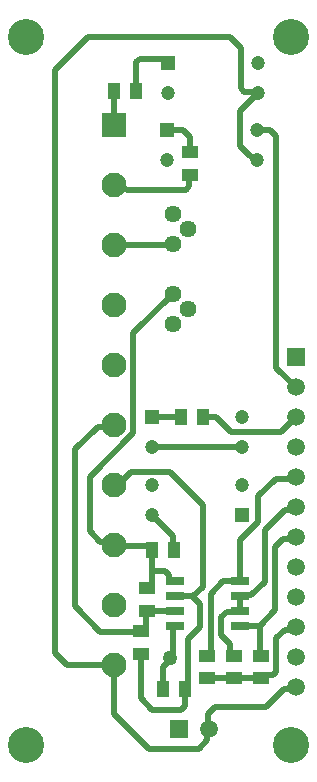
<source format=gbr>
G04*
G04 #@! TF.GenerationSoftware,Altium Limited,Altium Designer,23.0.1 (38)*
G04*
G04 Layer_Physical_Order=2*
G04 Layer_Color=16711680*
%FSLAX44Y44*%
%MOMM*%
G71*
G04*
G04 #@! TF.SameCoordinates,7BCDEA22-2D04-4257-93D8-CBB99C7658D5*
G04*
G04*
G04 #@! TF.FilePolarity,Positive*
G04*
G01*
G75*
%ADD13R,1.0500X1.4500*%
%ADD14R,1.4500X1.0500*%
%ADD27C,0.5080*%
%ADD28C,3.0480*%
%ADD29C,1.5000*%
%ADD30R,1.5000X1.5000*%
%ADD31R,2.1000X2.1000*%
%ADD32C,2.1000*%
%ADD33R,1.2000X1.2000*%
%ADD34C,1.2000*%
%ADD35C,1.4400*%
%ADD36R,1.5000X1.5000*%
%ADD37C,1.2700*%
%ADD38R,1.4500X1.0000*%
%ADD39R,1.0000X1.4500*%
%ADD40R,1.5500X0.6500*%
D13*
X156536Y302881D02*
D03*
X175536D02*
D03*
X118852Y578844D02*
D03*
X99852D02*
D03*
X131796Y190077D02*
D03*
X150796D02*
D03*
D14*
X164484Y527307D02*
D03*
Y508307D02*
D03*
D27*
X147000Y101062D02*
X149515Y103577D01*
Y125122D02*
X150225Y125832D01*
X147000Y96938D02*
Y101062D01*
X150225Y125832D02*
X151690D01*
X149515Y103577D02*
Y125122D01*
X141081Y91019D02*
X147000Y96938D01*
X141081Y72870D02*
Y91019D01*
X162206Y74995D02*
Y114997D01*
X172669Y125460D02*
Y144744D01*
X162206Y114997D02*
X172669Y125460D01*
X160081Y72870D02*
X162206Y74995D01*
X185062Y57205D02*
X228453D01*
X179346Y40042D02*
Y51489D01*
X185062Y57205D01*
X179346Y40042D02*
X180289Y39098D01*
X228453Y57205D02*
X243904Y72656D01*
X178999Y37808D02*
X180289Y39098D01*
X129297Y22273D02*
X172105D01*
X178999Y29166D02*
Y37808D01*
X172105Y22273D02*
X178999Y29166D01*
X100000Y51569D02*
X129297Y22273D01*
X100000Y51569D02*
Y92800D01*
X122341Y64796D02*
Y102476D01*
Y64796D02*
X131856Y55282D01*
X156952D01*
X243904Y72656D02*
X252266D01*
X253696Y74087D01*
X159928Y58257D02*
Y72716D01*
X156952Y55282D02*
X159928Y58257D01*
X140544Y72333D02*
X141081Y72870D01*
X166268Y151145D02*
X172669Y144744D01*
X181880Y103486D02*
Y153216D01*
X178331Y101026D02*
X179420D01*
X181880Y153216D02*
X192595Y163932D01*
X179420Y101026D02*
X181880Y103486D01*
X88311Y121347D02*
X122213D01*
X122341Y121476D01*
X98576Y294576D02*
X100000Y296000D01*
X85958Y294576D02*
X98576D01*
X66956Y275574D02*
X85958Y294576D01*
X66956Y142702D02*
Y275574D01*
Y142702D02*
X88311Y121347D01*
X127384Y138951D02*
X127415Y138982D01*
X127384Y124882D02*
Y138951D01*
X123978Y121476D02*
X127384Y124882D01*
X122341Y121476D02*
X123978D01*
X236395Y179497D02*
Y192917D01*
X223408Y126253D02*
X236395Y139240D01*
X223138Y125983D02*
X223408Y126253D01*
X236395Y179497D02*
X236395Y179497D01*
X236395Y139240D02*
Y152659D01*
X236395Y152660D01*
X236395Y192917D02*
X243076Y199598D01*
X236395Y152660D02*
Y179497D01*
X243076Y199598D02*
X252208D01*
X253696Y201087D01*
X236935Y250637D02*
X252447D01*
X222139Y235841D02*
X236935Y250637D01*
X222139Y214445D02*
Y235841D01*
X227351Y207611D02*
X244350Y224610D01*
X227351Y163306D02*
Y207611D01*
X215986Y151942D02*
X227351Y163306D01*
X212929Y205235D02*
X222139Y214445D01*
X147287Y256272D02*
X175000Y228559D01*
X114553Y256272D02*
X147287D01*
X175000Y159172D02*
Y228559D01*
X197833Y625000D02*
X207156Y615676D01*
X210132Y578350D02*
X220606D01*
X207156Y581326D02*
X210132Y578350D01*
X207156Y581326D02*
Y615676D01*
X220606Y578350D02*
X221603Y577352D01*
X206531Y562280D02*
X221603Y577352D01*
X77976Y625000D02*
X197833D01*
X206531Y532226D02*
X214885Y523872D01*
X206531Y532226D02*
Y562280D01*
X214885Y523872D02*
X216180D01*
X219147Y520905D01*
X221019D01*
X131900Y277300D02*
X208100D01*
X50000Y102976D02*
Y597024D01*
X60176Y92800D02*
X100000D01*
X50000Y102976D02*
X60176Y92800D01*
X50000Y597024D02*
X77976Y625000D01*
X121828Y606213D02*
X141943D01*
X118852Y578844D02*
Y603237D01*
X121828Y606213D01*
X141943D02*
X145403Y602752D01*
X100000Y194400D02*
X100798Y193602D01*
X96954Y197446D02*
X100000Y194400D01*
X79231Y252070D02*
X116318Y289157D01*
X79231Y206414D02*
X88199Y197446D01*
X79231Y206414D02*
Y252070D01*
X116318Y289157D02*
Y373857D01*
X88199Y197446D02*
X96954D01*
X116318Y373857D02*
X150000Y407539D01*
X131766Y219792D02*
X131829Y219729D01*
X132039D01*
X149797Y191076D02*
X150796Y190077D01*
X149797Y191076D02*
Y201971D01*
X132039Y219729D02*
X149797Y201971D01*
X103482Y245200D02*
X114553Y256272D01*
X100000Y245200D02*
X103482D01*
X131796Y190077D02*
Y190892D01*
Y174862D02*
Y190077D01*
X131771Y160443D02*
Y174782D01*
X100798Y193602D02*
X129086D01*
X131796Y190892D01*
X132298Y172878D02*
X142911D01*
X131777Y173398D02*
X132298Y172878D01*
X142911Y172878D02*
X146480Y169308D01*
X129311Y157983D02*
X131771Y160443D01*
X127415Y157983D02*
X129311D01*
X167059Y151232D02*
X175000Y159172D01*
X151690Y151232D02*
X167059D01*
X237071Y344712D02*
Y541063D01*
X231829Y546305D02*
X237071Y541063D01*
X221019Y546305D02*
X231829D01*
X237071Y344712D02*
X253696Y328087D01*
X198871Y290177D02*
X241186D01*
X175536Y302881D02*
X186166D01*
X198871Y290177D01*
X241186D02*
X253696Y302687D01*
X131900Y302700D02*
X131991Y302791D01*
X156446D01*
X156536Y302881D01*
X100600Y449000D02*
X149400D01*
X150000Y449600D01*
X100000Y448400D02*
X100600Y449000D01*
X160584Y495216D02*
X163781Y498413D01*
X100000Y499200D02*
X103046Y496154D01*
X109998D01*
X110936Y495216D02*
X160584D01*
X109998Y496154D02*
X110936Y495216D01*
X163781Y507604D02*
X164484Y508307D01*
X163781Y498413D02*
Y507604D01*
X158356Y545961D02*
X164484Y539833D01*
X145163Y545961D02*
X158356D01*
X164484Y527307D02*
Y539833D01*
X99852Y550148D02*
X100000Y550000D01*
X99852Y550148D02*
Y578844D01*
X127641Y138757D02*
X151464D01*
X151690Y138532D01*
X147190Y163932D02*
X151344D01*
X146480Y164642D02*
Y169308D01*
Y164642D02*
X147190Y163932D01*
X212927Y205235D02*
X212929D01*
X206537Y198845D02*
X212927Y205235D01*
X252447Y250637D02*
X253696Y251887D01*
X244350Y224610D02*
X251820D01*
X253696Y226487D01*
X206537Y164084D02*
Y198845D01*
X206689Y151232D02*
X207400Y151942D01*
X215986D01*
X234394Y84476D02*
X237370Y87452D01*
Y116069D02*
X244331Y123029D01*
X223978Y82026D02*
X226428Y84476D01*
X237370Y87452D02*
Y116069D01*
X226428Y84476D02*
X234394D01*
X251839Y123029D02*
X253696Y124887D01*
X244331Y123029D02*
X251839D01*
X201233Y82026D02*
X223978D01*
X178331D02*
X201233D01*
X192595Y163932D02*
X203252D01*
X223408Y126253D02*
X223645Y126016D01*
X206841Y125983D02*
X223138D01*
X223645Y101360D02*
Y126016D01*
X206689Y125832D02*
X206841Y125983D01*
X203962Y163932D02*
X206689D01*
Y138532D02*
Y151232D01*
X190477Y118447D02*
Y133285D01*
X195399Y138206D01*
X206364D01*
X190477Y118447D02*
X198230Y110694D01*
X200690Y101050D02*
X201233D01*
X198230Y103510D02*
X200690Y101050D01*
X198230Y103510D02*
Y110694D01*
D28*
X25000Y25000D02*
D03*
X250000D02*
D03*
Y625000D02*
D03*
X25000D02*
D03*
D29*
X253696Y74087D02*
D03*
Y99487D02*
D03*
Y124887D02*
D03*
Y150287D02*
D03*
Y175687D02*
D03*
Y201087D02*
D03*
Y226487D02*
D03*
Y251887D02*
D03*
Y277287D02*
D03*
Y302687D02*
D03*
Y328087D02*
D03*
X180289Y39098D02*
D03*
D30*
X253696Y353487D02*
D03*
D31*
X100000Y550000D02*
D03*
D32*
Y499200D02*
D03*
Y448400D02*
D03*
Y397600D02*
D03*
Y346800D02*
D03*
Y296000D02*
D03*
Y245200D02*
D03*
Y194400D02*
D03*
Y143600D02*
D03*
Y92800D02*
D03*
D33*
X131900Y302700D02*
D03*
X207966Y219792D02*
D03*
X144819Y546305D02*
D03*
X145403Y602752D02*
D03*
D34*
X131900Y277300D02*
D03*
X208100D02*
D03*
Y302700D02*
D03*
X207966Y245192D02*
D03*
X131766D02*
D03*
Y219792D02*
D03*
X144819Y520905D02*
D03*
X221019D02*
D03*
Y546305D02*
D03*
X145403Y577352D02*
D03*
X221603D02*
D03*
Y602752D02*
D03*
D35*
X150000Y407539D02*
D03*
X162700Y394839D02*
D03*
X150000Y382139D02*
D03*
X150000Y475000D02*
D03*
X162700Y462300D02*
D03*
X150000Y449600D02*
D03*
D36*
X154889Y39098D02*
D03*
D37*
X147000Y99000D02*
D03*
D38*
X127415Y138982D02*
D03*
Y157983D02*
D03*
X122341Y102476D02*
D03*
Y121476D02*
D03*
X178331Y101026D02*
D03*
Y82026D02*
D03*
X201233Y101050D02*
D03*
Y82050D02*
D03*
X223978Y101026D02*
D03*
Y82026D02*
D03*
D39*
X141081Y72870D02*
D03*
X160081D02*
D03*
D40*
X206689Y163932D02*
D03*
Y151232D02*
D03*
Y138532D02*
D03*
Y125832D02*
D03*
X151690D02*
D03*
Y138532D02*
D03*
Y151232D02*
D03*
Y163932D02*
D03*
M02*

</source>
